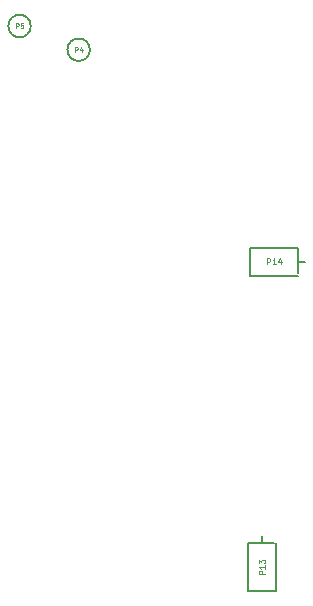
<source format=gbr>
G04 #@! TF.GenerationSoftware,KiCad,Pcbnew,(5.0.2)-1*
G04 #@! TF.CreationDate,2019-05-03T15:30:51-04:00*
G04 #@! TF.ProjectId,TrafMasterV1,54726166-4d61-4737-9465-7256312e6b69,V1*
G04 #@! TF.SameCoordinates,Original*
G04 #@! TF.FileFunction,Other,Fab,Top*
%FSLAX46Y46*%
G04 Gerber Fmt 4.6, Leading zero omitted, Abs format (unit mm)*
G04 Created by KiCad (PCBNEW (5.0.2)-1) date 5/3/2019 3:30:51 PM*
%MOMM*%
%LPD*%
G01*
G04 APERTURE LIST*
%ADD10C,0.150000*%
%ADD11C,0.100000*%
G04 APERTURE END LIST*
D10*
G04 #@! TO.C,P4*
X25740360Y-20091400D02*
G75*
G03X25740360Y-20091400I-950000J0D01*
G01*
G04 #@! TO.C,P5*
X20736560Y-18084800D02*
G75*
G03X20736560Y-18084800I-950000J0D01*
G01*
G04 #@! TO.C,P13*
X39135200Y-61891160D02*
X39135200Y-65891160D01*
X39235200Y-65891160D02*
X41435200Y-65891160D01*
X41535200Y-65891160D02*
X41535200Y-61891160D01*
X41335200Y-61891160D02*
X39135200Y-61891160D01*
X40335200Y-61791160D02*
X40335200Y-61291160D01*
G04 #@! TO.C,P14*
X43338500Y-36836500D02*
X39338500Y-36836500D01*
X39338500Y-36936500D02*
X39338500Y-39136500D01*
X39338500Y-39236500D02*
X43338500Y-39236500D01*
X43338500Y-39036500D02*
X43338500Y-36836500D01*
X43438500Y-38036500D02*
X43938500Y-38036500D01*
G04 #@! TD*
G04 #@! TO.C,P4*
D11*
X24495161Y-20272352D02*
X24495161Y-19872352D01*
X24647542Y-19872352D01*
X24685638Y-19891400D01*
X24704685Y-19910447D01*
X24723733Y-19948542D01*
X24723733Y-20005685D01*
X24704685Y-20043780D01*
X24685638Y-20062828D01*
X24647542Y-20081876D01*
X24495161Y-20081876D01*
X25066590Y-20005685D02*
X25066590Y-20272352D01*
X24971352Y-19853304D02*
X24876114Y-20139019D01*
X25123733Y-20139019D01*
G04 #@! TO.C,P5*
X19491361Y-18265752D02*
X19491361Y-17865752D01*
X19643742Y-17865752D01*
X19681838Y-17884800D01*
X19700885Y-17903847D01*
X19719933Y-17941942D01*
X19719933Y-17999085D01*
X19700885Y-18037180D01*
X19681838Y-18056228D01*
X19643742Y-18075276D01*
X19491361Y-18075276D01*
X20081838Y-17865752D02*
X19891361Y-17865752D01*
X19872314Y-18056228D01*
X19891361Y-18037180D01*
X19929457Y-18018133D01*
X20024695Y-18018133D01*
X20062790Y-18037180D01*
X20081838Y-18056228D01*
X20100885Y-18094323D01*
X20100885Y-18189561D01*
X20081838Y-18227657D01*
X20062790Y-18246704D01*
X20024695Y-18265752D01*
X19929457Y-18265752D01*
X19891361Y-18246704D01*
X19872314Y-18227657D01*
G04 #@! TO.C,P13*
X40561390Y-64498302D02*
X40061390Y-64498302D01*
X40061390Y-64307826D01*
X40085200Y-64260207D01*
X40109009Y-64236398D01*
X40156628Y-64212588D01*
X40228057Y-64212588D01*
X40275676Y-64236398D01*
X40299485Y-64260207D01*
X40323295Y-64307826D01*
X40323295Y-64498302D01*
X40561390Y-63736398D02*
X40561390Y-64022112D01*
X40561390Y-63879255D02*
X40061390Y-63879255D01*
X40132819Y-63926874D01*
X40180438Y-63974493D01*
X40204247Y-64022112D01*
X40061390Y-63569731D02*
X40061390Y-63260207D01*
X40251866Y-63426874D01*
X40251866Y-63355445D01*
X40275676Y-63307826D01*
X40299485Y-63284017D01*
X40347104Y-63260207D01*
X40466152Y-63260207D01*
X40513771Y-63284017D01*
X40537580Y-63307826D01*
X40561390Y-63355445D01*
X40561390Y-63498302D01*
X40537580Y-63545921D01*
X40513771Y-63569731D01*
G04 #@! TO.C,P14*
X40731357Y-38262690D02*
X40731357Y-37762690D01*
X40921833Y-37762690D01*
X40969452Y-37786500D01*
X40993261Y-37810309D01*
X41017071Y-37857928D01*
X41017071Y-37929357D01*
X40993261Y-37976976D01*
X40969452Y-38000785D01*
X40921833Y-38024595D01*
X40731357Y-38024595D01*
X41493261Y-38262690D02*
X41207547Y-38262690D01*
X41350404Y-38262690D02*
X41350404Y-37762690D01*
X41302785Y-37834119D01*
X41255166Y-37881738D01*
X41207547Y-37905547D01*
X41921833Y-37929357D02*
X41921833Y-38262690D01*
X41802785Y-37738880D02*
X41683738Y-38096023D01*
X41993261Y-38096023D01*
G04 #@! TD*
M02*

</source>
